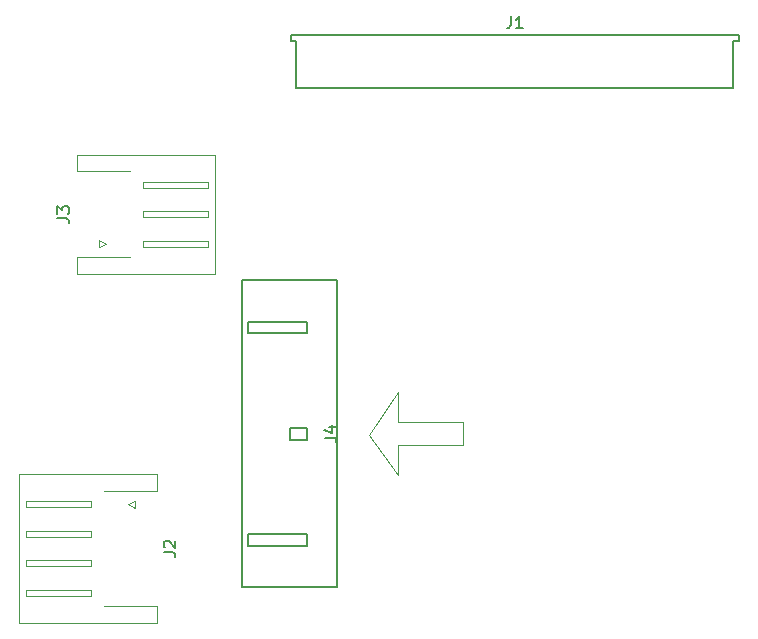
<source format=gbr>
G04 #@! TF.GenerationSoftware,KiCad,Pcbnew,6.0.1-79c1e3a40b~116~ubuntu20.04.1*
G04 #@! TF.CreationDate,2022-02-10T17:59:10+01:00*
G04 #@! TF.ProjectId,SidewinderX1 X axis ConnectorBoard,53696465-7769-46e6-9465-725831205820,rev?*
G04 #@! TF.SameCoordinates,Original*
G04 #@! TF.FileFunction,Legend,Top*
G04 #@! TF.FilePolarity,Positive*
%FSLAX46Y46*%
G04 Gerber Fmt 4.6, Leading zero omitted, Abs format (unit mm)*
G04 Created by KiCad (PCBNEW 6.0.1-79c1e3a40b~116~ubuntu20.04.1) date 2022-02-10 17:59:10*
%MOMM*%
%LPD*%
G01*
G04 APERTURE LIST*
%ADD10C,0.120000*%
%ADD11C,0.150000*%
G04 APERTURE END LIST*
D10*
X52950000Y-53400000D02*
X52950000Y-55400000D01*
X52950000Y-55400000D02*
X47450000Y-55400000D01*
X45000000Y-54500000D02*
X47450000Y-50900000D01*
X47450000Y-57900000D02*
X45000000Y-54500000D01*
X47450000Y-53400000D02*
X52950000Y-53400000D01*
X47450000Y-50900000D02*
X47450000Y-53400000D01*
X47450000Y-55400000D02*
X47450000Y-57900000D01*
D11*
X41232380Y-54773333D02*
X41946666Y-54773333D01*
X42089523Y-54820952D01*
X42184761Y-54916190D01*
X42232380Y-55059047D01*
X42232380Y-55154285D01*
X41565714Y-53868571D02*
X42232380Y-53868571D01*
X41184761Y-54106666D02*
X41899047Y-54344761D01*
X41899047Y-53725714D01*
X27602380Y-64483333D02*
X28316666Y-64483333D01*
X28459523Y-64530952D01*
X28554761Y-64626190D01*
X28602380Y-64769047D01*
X28602380Y-64864285D01*
X27697619Y-64054761D02*
X27650000Y-64007142D01*
X27602380Y-63911904D01*
X27602380Y-63673809D01*
X27650000Y-63578571D01*
X27697619Y-63530952D01*
X27792857Y-63483333D01*
X27888095Y-63483333D01*
X28030952Y-63530952D01*
X28602380Y-64102380D01*
X28602380Y-63483333D01*
X18602380Y-36183333D02*
X19316666Y-36183333D01*
X19459523Y-36230952D01*
X19554761Y-36326190D01*
X19602380Y-36469047D01*
X19602380Y-36564285D01*
X18602380Y-35802380D02*
X18602380Y-35183333D01*
X18983333Y-35516666D01*
X18983333Y-35373809D01*
X19030952Y-35278571D01*
X19078571Y-35230952D01*
X19173809Y-35183333D01*
X19411904Y-35183333D01*
X19507142Y-35230952D01*
X19554761Y-35278571D01*
X19602380Y-35373809D01*
X19602380Y-35659523D01*
X19554761Y-35754761D01*
X19507142Y-35802380D01*
X57016666Y-19089880D02*
X57016666Y-19804166D01*
X56969047Y-19947023D01*
X56873809Y-20042261D01*
X56730952Y-20089880D01*
X56635714Y-20089880D01*
X58016666Y-20089880D02*
X57445238Y-20089880D01*
X57730952Y-20089880D02*
X57730952Y-19089880D01*
X57635714Y-19232738D01*
X57540476Y-19327976D01*
X57445238Y-19375595D01*
X38280000Y-53940000D02*
X38280000Y-54940000D01*
X39780000Y-45940000D02*
X39780000Y-44940000D01*
X38280000Y-54940000D02*
X39780000Y-54940000D01*
X39780000Y-44940000D02*
X34780000Y-44940000D01*
X34280000Y-67440000D02*
X34280000Y-41440000D01*
X40780000Y-41440000D02*
X42280000Y-41440000D01*
X39780000Y-54940000D02*
X39780000Y-53940000D01*
X34780000Y-62940000D02*
X34780000Y-63940000D01*
X42280000Y-67440000D02*
X40780000Y-67440000D01*
X34280000Y-41440000D02*
X40780000Y-41440000D01*
X39780000Y-53940000D02*
X38280000Y-53940000D01*
X40780000Y-67440000D02*
X34280000Y-67440000D01*
X34780000Y-45940000D02*
X39780000Y-45940000D01*
X34780000Y-44940000D02*
X34780000Y-45940000D01*
X34780000Y-63940000D02*
X39780000Y-63940000D01*
X39780000Y-63940000D02*
X39780000Y-62940000D01*
X42280000Y-41440000D02*
X42280000Y-67440000D01*
X39780000Y-62940000D02*
X34780000Y-62940000D01*
D10*
X15950000Y-60150000D02*
X15950000Y-60650000D01*
X15950000Y-63150000D02*
X21450000Y-63150000D01*
X15340000Y-57840000D02*
X27060000Y-57840000D01*
X21450000Y-65650000D02*
X21450000Y-65150000D01*
X27060000Y-57840000D02*
X27060000Y-59260000D01*
X15340000Y-64150000D02*
X15340000Y-57840000D01*
X21450000Y-67650000D02*
X15950000Y-67650000D01*
X15950000Y-67650000D02*
X15950000Y-68150000D01*
X24550000Y-60400000D02*
X25150000Y-60100000D01*
X27060000Y-70460000D02*
X27060000Y-69040000D01*
X15950000Y-60650000D02*
X21450000Y-60650000D01*
X21450000Y-62650000D02*
X15950000Y-62650000D01*
X15950000Y-68150000D02*
X21450000Y-68150000D01*
X15950000Y-65650000D02*
X21450000Y-65650000D01*
X21450000Y-68150000D02*
X21450000Y-67650000D01*
X27060000Y-59260000D02*
X22560000Y-59260000D01*
X21450000Y-63150000D02*
X21450000Y-62650000D01*
X15950000Y-62650000D02*
X15950000Y-63150000D01*
X21450000Y-65150000D02*
X15950000Y-65150000D01*
X15340000Y-70460000D02*
X27060000Y-70460000D01*
X21450000Y-60650000D02*
X21450000Y-60150000D01*
X15340000Y-64150000D02*
X15340000Y-70460000D01*
X25150000Y-60700000D02*
X24550000Y-60400000D01*
X27060000Y-69040000D02*
X22560000Y-69040000D01*
X25150000Y-60100000D02*
X25150000Y-60700000D01*
X15950000Y-65150000D02*
X15950000Y-65650000D01*
X21450000Y-60150000D02*
X15950000Y-60150000D01*
X31960000Y-40910000D02*
X20240000Y-40910000D01*
X31960000Y-35850000D02*
X31960000Y-40910000D01*
X22150000Y-38650000D02*
X22150000Y-38050000D01*
X20240000Y-40910000D02*
X20240000Y-39490000D01*
X25850000Y-33100000D02*
X25850000Y-33600000D01*
X22150000Y-38050000D02*
X22750000Y-38350000D01*
X25850000Y-35600000D02*
X25850000Y-36100000D01*
X20240000Y-32210000D02*
X24740000Y-32210000D01*
X25850000Y-36100000D02*
X31350000Y-36100000D01*
X20240000Y-39490000D02*
X24740000Y-39490000D01*
X25850000Y-33600000D02*
X31350000Y-33600000D01*
X31350000Y-33600000D02*
X31350000Y-33100000D01*
X31350000Y-35600000D02*
X25850000Y-35600000D01*
X25850000Y-38600000D02*
X31350000Y-38600000D01*
X31350000Y-33100000D02*
X25850000Y-33100000D01*
X31350000Y-38100000D02*
X25850000Y-38100000D01*
X31960000Y-30790000D02*
X20240000Y-30790000D01*
X22750000Y-38350000D02*
X22150000Y-38650000D01*
X31960000Y-35850000D02*
X31960000Y-30790000D01*
X31350000Y-36100000D02*
X31350000Y-35600000D01*
X20240000Y-30790000D02*
X20240000Y-32210000D01*
X25850000Y-38100000D02*
X25850000Y-38600000D01*
X31350000Y-38600000D02*
X31350000Y-38100000D01*
D11*
X76350000Y-21137500D02*
X75850000Y-21137500D01*
X76350000Y-20637500D02*
X76350000Y-21137500D01*
X38850000Y-25137500D02*
X38850000Y-21137500D01*
X75850000Y-25137500D02*
X38850000Y-25137500D01*
X38350000Y-20637500D02*
X76350000Y-20637500D01*
X75850000Y-21137500D02*
X75850000Y-25137500D01*
X38850000Y-21137500D02*
X38350000Y-21137500D01*
X38350000Y-21137500D02*
X38350000Y-20637500D01*
M02*

</source>
